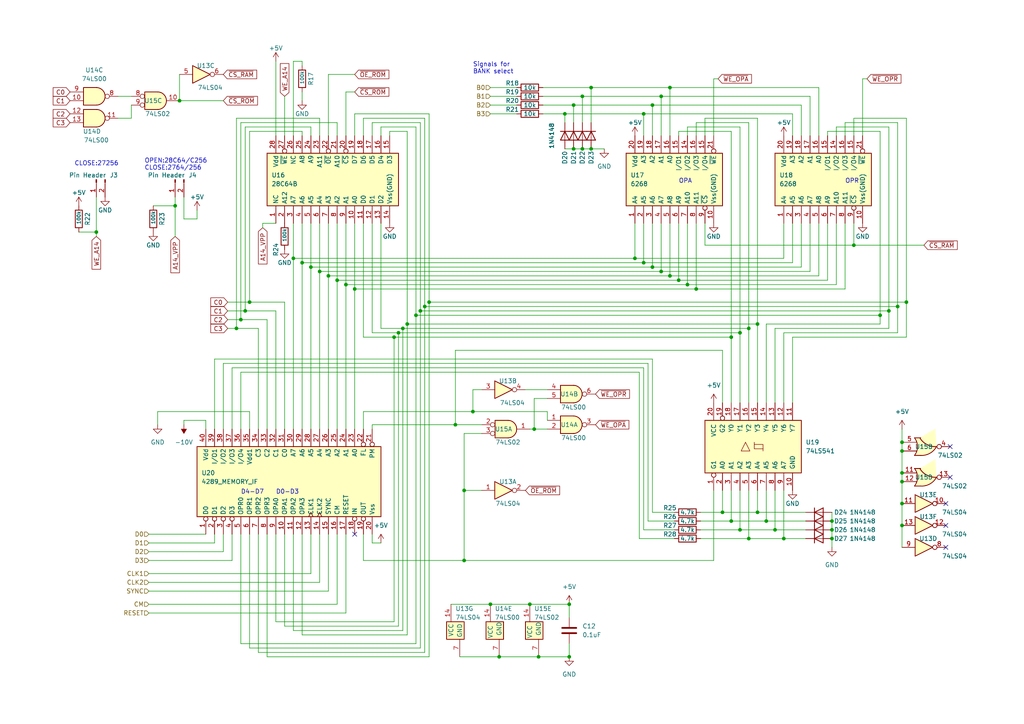
<source format=kicad_sch>
(kicad_sch (version 20211123) (generator eeschema)
  (paper "A4")
  (lib_symbols
    (symbol "000_MyLibrary:28C64B"
      (property "Reference" "U" (at -7.62 19.05 0))
      (property "Value" "28C64B" (at 1.27 19.05 0))
      (symbol "28C64B_1_1"
        (pin free line (at -12.7 15.24 0) (length 5.08) (name "NC") (number "1"))
        (pin input line (at -12.7 -7.62 0) (length 5.08) (name "A0") (number "10"))
        (pin tri_state line (at -12.7 -10.16 0) (length 5.08) (name "D0") (number "11"))
        (pin tri_state line (at -12.7 -12.7 0) (length 5.08) (name "D1") (number "12"))
        (pin tri_state line (at -12.7 -15.24 0) (length 5.08) (name "D2") (number "13"))
        (pin power_in line (at -12.7 -17.78 0) (length 5.08) (name "Vss(GND)") (number "14"))
        (pin tri_state line (at 12.7 -17.78 180) (length 5.08) (name "D3") (number "15"))
        (pin tri_state line (at 12.7 -15.24 180) (length 5.08) (name "D4") (number "16"))
        (pin tri_state line (at 12.7 -12.7 180) (length 5.08) (name "D5") (number "17"))
        (pin tri_state line (at 12.7 -10.16 180) (length 5.08) (name "D6") (number "18"))
        (pin tri_state line (at 12.7 -7.62 180) (length 5.08) (name "D7") (number "19"))
        (pin input line (at -12.7 12.7 0) (length 5.08) (name "A12") (number "2"))
        (pin input inverted (at 12.7 -5.08 180) (length 5.08) (name "~{CS}") (number "20"))
        (pin input line (at 12.7 -2.54 180) (length 5.08) (name "A10") (number "21"))
        (pin input inverted (at 12.7 0 180) (length 5.08) (name "~{OE}") (number "22"))
        (pin input line (at 12.7 2.54 180) (length 5.08) (name "A11") (number "23"))
        (pin input line (at 12.7 5.08 180) (length 5.08) (name "A9") (number "24"))
        (pin input line (at 12.7 7.62 180) (length 5.08) (name "A8") (number "25"))
        (pin free line (at 12.7 10.16 180) (length 5.08) (name "NC") (number "26"))
        (pin input inverted (at 12.7 12.7 180) (length 5.08) (name "~{WE}") (number "27"))
        (pin power_in line (at 12.7 15.24 180) (length 5.08) (name "Vdd") (number "28"))
        (pin input line (at -12.7 10.16 0) (length 5.08) (name "A7") (number "3"))
        (pin input line (at -12.7 7.62 0) (length 5.08) (name "A6") (number "4"))
        (pin input line (at -12.7 5.08 0) (length 5.08) (name "A5") (number "5"))
        (pin input line (at -12.7 2.54 0) (length 5.08) (name "A4") (number "6"))
        (pin input line (at -12.7 0 0) (length 5.08) (name "A3") (number "7"))
        (pin input line (at -12.7 -2.54 0) (length 5.08) (name "A2") (number "8"))
        (pin input line (at -12.7 -5.08 0) (length 5.08) (name "A1") (number "9"))
      )
    )
    (symbol "000_MyLibrary:4289_MEMORY_IF"
      (property "Reference" "U" (at -7.62 30.48 0))
      (property "Value" "4289_MEMORY_IF" (at 7.62 27.94 0))
      (symbol "4289_MEMORY_IF_1_1"
        (pin bidirectional inverted (at -15.24 24.13 0) (length 5.08) (name "D0") (number "1"))
        (pin input line (at -15.24 1.27 0) (length 5.08) (name "OPA1") (number "10"))
        (pin input line (at -15.24 -1.27 0) (length 5.08) (name "OPA2") (number "11"))
        (pin input line (at -15.24 -3.81 0) (length 5.08) (name "OPA3") (number "12"))
        (pin input clock (at -15.24 -6.35 0) (length 5.08) (name "CLK1") (number "13"))
        (pin input clock (at -15.24 -8.89 0) (length 5.08) (name "CLK2") (number "14"))
        (pin input line (at -15.24 -11.43 0) (length 5.08) (name "SYNC") (number "15"))
        (pin input line (at -15.24 -13.97 0) (length 5.08) (name "CM") (number "16"))
        (pin input line (at -15.24 -16.51 0) (length 5.08) (name "RESET") (number "17"))
        (pin output inverted (at -15.24 -19.05 0) (length 5.08) (name "IN") (number "18"))
        (pin output inverted (at -15.24 -21.59 0) (length 5.08) (name "OUT") (number "19"))
        (pin bidirectional inverted (at -15.24 21.59 0) (length 5.08) (name "D1") (number "2"))
        (pin power_in line (at -15.24 -24.13 0) (length 5.08) (name "Vss") (number "20"))
        (pin output inverted (at 15.24 -24.13 180) (length 5.08) (name "PM") (number "21"))
        (pin output inverted (at 15.24 -21.59 180) (length 5.08) (name "FL") (number "22"))
        (pin output line (at 15.24 -19.05 180) (length 5.08) (name "A0") (number "23"))
        (pin output line (at 15.24 -16.51 180) (length 5.08) (name "A1") (number "24"))
        (pin output line (at 15.24 -13.97 180) (length 5.08) (name "A2") (number "25"))
        (pin output line (at 15.24 -11.43 180) (length 5.08) (name "A3") (number "26"))
        (pin output line (at 15.24 -8.89 180) (length 5.08) (name "A4") (number "27"))
        (pin output line (at 15.24 -6.35 180) (length 5.08) (name "A5") (number "28"))
        (pin output line (at 15.24 -3.81 180) (length 5.08) (name "A6") (number "29"))
        (pin bidirectional inverted (at -15.24 19.05 0) (length 5.08) (name "D2") (number "3"))
        (pin output line (at 15.24 -1.27 180) (length 5.08) (name "A7") (number "30"))
        (pin output line (at 15.24 1.27 180) (length 5.08) (name "C0") (number "31"))
        (pin output line (at 15.24 3.81 180) (length 5.08) (name "C1") (number "32"))
        (pin output line (at 15.24 6.35 180) (length 5.08) (name "C2") (number "33"))
        (pin output line (at 15.24 8.89 180) (length 5.08) (name "C3") (number "34"))
        (pin power_in line (at 15.24 11.43 180) (length 5.08) (name "Vdd1") (number "35"))
        (pin bidirectional line (at 15.24 13.97 180) (length 5.08) (name "I/O4") (number "36"))
        (pin bidirectional line (at 15.24 16.51 180) (length 5.08) (name "I/O3") (number "37"))
        (pin bidirectional line (at 15.24 19.05 180) (length 5.08) (name "I/O2") (number "38"))
        (pin bidirectional line (at 15.24 21.59 180) (length 5.08) (name "I/O1") (number "39"))
        (pin bidirectional inverted (at -15.24 16.51 0) (length 5.08) (name "D3") (number "4"))
        (pin power_in line (at 15.24 24.13 180) (length 5.08) (name "Vdd") (number "40"))
        (pin input line (at -15.24 13.97 0) (length 5.08) (name "OPR0") (number "5"))
        (pin input line (at -15.24 11.43 0) (length 5.08) (name "OPR1") (number "6"))
        (pin input line (at -15.24 8.89 0) (length 5.08) (name "OPR2") (number "7"))
        (pin input line (at -15.24 6.35 0) (length 5.08) (name "OPR3") (number "8"))
        (pin input line (at -15.24 3.81 0) (length 5.08) (name "OPA0") (number "9"))
      )
    )
    (symbol "000_MyLibrary:6268"
      (property "Reference" "U" (at -6.35 13.97 0))
      (property "Value" "6268" (at 2.54 13.97 0))
      (symbol "6268_1_1"
        (pin input line (at -12.7 10.16 0) (length 5.08) (name "A4") (number "1"))
        (pin power_in line (at -12.7 -12.7 0) (length 5.08) (name "Vss(GND)") (number "10"))
        (pin tri_state line (at 12.7 -5.08 180) (length 5.08) (name "I/O2") (number "14"))
        (pin tri_state line (at 12.7 -2.54 180) (length 5.08) (name "I/O1") (number "15"))
        (pin tri_state line (at 12.7 -10.16 180) (length 5.08) (name "I/O4") (number "15"))
        (pin input line (at 12.7 0 180) (length 5.08) (name "A0") (number "16"))
        (pin tri_state line (at 12.7 -7.62 180) (length 5.08) (name "I/O3") (number "16"))
        (pin input line (at 12.7 2.54 180) (length 5.08) (name "A1") (number "17"))
        (pin input line (at 12.7 5.08 180) (length 5.08) (name "A2") (number "18"))
        (pin input line (at 12.7 7.62 180) (length 5.08) (name "A3") (number "19"))
        (pin input line (at -12.7 7.62 0) (length 5.08) (name "A5") (number "2"))
        (pin power_in line (at 12.7 10.16 180) (length 5.08) (name "Vdd") (number "20"))
        (pin input inverted (at 12.7 -12.7 180) (length 5.08) (name "~{WE}") (number "21"))
        (pin input line (at -12.7 5.08 0) (length 5.08) (name "A6") (number "3"))
        (pin input line (at -12.7 2.54 0) (length 5.08) (name "A7") (number "4"))
        (pin input line (at -12.7 0 0) (length 5.08) (name "A8") (number "5"))
        (pin input line (at -12.7 -2.54 0) (length 5.08) (name "A9") (number "6"))
        (pin input line (at -12.7 -5.08 0) (length 5.08) (name "A10") (number "7"))
        (pin input line (at -12.7 -7.62 0) (length 5.08) (name "A11") (number "8"))
        (pin input inverted (at -12.7 -10.16 0) (length 5.08) (name "~{CS}") (number "9"))
      )
    )
    (symbol "000_MyLibrary:74LS00" (pin_names (offset 1.016))
      (property "Reference" "U" (at -1.27 6.35 0))
      (property "Value" "74LS00" (at 1.27 3.81 0))
      (symbol "74LS00_1_1"
        (pin input line (at -7.62 1.27 0) (length 3.81) (name "~") (number "1"))
        (pin input line (at -7.62 -1.27 0) (length 3.81) (name "~") (number "2"))
        (pin output inverted (at 6.35 0 180) (length 3.81) (name "~") (number "3"))
      )
      (symbol "74LS00_1_2"
        (pin input inverted (at -7.62 1.27 0) (length 4.318) (name "~") (number "1"))
        (pin input inverted (at -7.62 -1.27 0) (length 4.318) (name "~") (number "2"))
        (pin output line (at 6.35 0 180) (length 3.81) (name "~") (number "3"))
      )
      (symbol "74LS00_2_1"
        (pin input line (at -7.62 1.27 0) (length 3.81) (name "~") (number "4"))
        (pin input line (at -7.62 -1.27 0) (length 3.81) (name "~") (number "5"))
        (pin output inverted (at 6.35 0 180) (length 3.81) (name "~") (number "6"))
      )
      (symbol "74LS00_2_2"
        (pin input inverted (at -7.62 1.27 0) (length 4.318) (name "~") (number "4"))
        (pin input inverted (at -7.62 -1.27 0) (length 4.318) (name "~") (number "5"))
        (pin output line (at 6.35 0 180) (length 3.81) (name "~") (number "6"))
      )
      (symbol "74LS00_3_1"
        (pin input line (at -7.62 -1.27 0) (length 3.81) (name "~") (number "10"))
        (pin output inverted (at 6.35 0 180) (length 3.81) (name "~") (number "8"))
        (pin input line (at -7.62 1.27 0) (length 3.81) (name "~") (number "9"))
      )
      (symbol "74LS00_3_2"
        (pin input inverted (at -7.62 -1.27 0) (length 4.318) (name "~") (number "10"))
        (pin output line (at 6.35 0 180) (length 3.81) (name "~") (number "8"))
        (pin input inverted (at -7.62 1.27 0) (length 4.318) (name "~") (number "9"))
      )
      (symbol "74LS00_4_1"
        (pin output inverted (at 6.35 0 180) (length 3.81) (name "~") (number "11"))
        (pin input line (at -7.62 1.27 0) (length 3.81) (name "~") (number "12"))
        (pin input line (at -7.62 -1.27 0) (length 3.81) (name "~") (number "13"))
      )
      (symbol "74LS00_4_2"
        (pin output line (at 6.35 0 180) (length 3.81) (name "~") (number "11"))
        (pin input inverted (at -7.62 1.27 0) (length 4.318) (name "~") (number "12"))
        (pin input inverted (at -7.62 -1.27 0) (length 4.318) (name "~") (number "13"))
      )
      (symbol "74LS00_5_0"
        (pin power_in line (at -1.27 7.62 270) (length 5.08) (name "VCC") (number "14"))
        (pin power_in line (at 1.27 -7.62 90) (length 5.08) (name "GND") (number "7"))
      )
    )
    (symbol "000_MyLibrary:74LS02" (pin_names (offset 1.016))
      (property "Reference" "U" (at 0 6.35 0))
      (property "Value" "74LS02" (at 2.54 3.81 0))
      (symbol "74LS02_1_1"
        (pin output inverted (at 6.35 0 180) (length 3.81) (name "~") (number "1"))
        (pin input line (at -7.62 1.27 0) (length 4.318) (name "~") (number "2"))
        (pin input line (at -7.62 -1.27 0) (length 4.318) (name "~") (number "3"))
      )
      (symbol "74LS02_1_2"
        (pin output line (at 6.35 0 180) (length 3.81) (name "~") (number "1"))
        (pin input inverted (at -7.62 1.27 0) (length 3.81) (name "~") (number "2"))
        (pin input inverted (at -7.62 -1.27 0) (length 3.81) (name "~") (number "3"))
      )
      (symbol "74LS02_2_1"
        (pin output inverted (at 6.35 0 180) (length 3.81) (name "~") (number "4"))
        (pin input line (at -7.62 1.27 0) (length 4.318) (name "~") (number "5"))
        (pin input line (at -7.62 -1.27 0) (length 4.318) (name "~") (number "6"))
      )
      (symbol "74LS02_2_2"
        (pin output line (at 6.35 0 180) (length 3.81) (name "~") (number "4"))
        (pin input inverted (at -7.62 1.27 0) (length 3.81) (name "~") (number "5"))
        (pin input inverted (at -7.62 -1.27 0) (length 3.81) (name "~") (number "6"))
      )
      (symbol "74LS02_3_1"
        (pin output inverted (at 6.35 0 180) (length 3.81) (name "~") (number "10"))
        (pin input line (at -7.62 1.27 0) (length 4.318) (name "~") (number "8"))
        (pin input line (at -7.62 -1.27 0) (length 4.318) (name "~") (number "9"))
      )
      (symbol "74LS02_3_2"
        (pin output line (at 6.35 0 180) (length 3.81) (name "~") (number "10"))
        (pin input inverted (at -7.62 1.27 0) (length 3.81) (name "~") (number "8"))
        (pin input inverted (at -7.62 -1.27 0) (length 3.81) (name "~") (number "9"))
      )
      (symbol "74LS02_4_1"
        (pin input line (at -7.62 1.27 0) (length 4.318) (name "~") (number "11"))
        (pin input line (at -7.62 -1.27 0) (length 4.318) (name "~") (number "12"))
        (pin output inverted (at 6.35 0 180) (length 3.81) (name "~") (number "13"))
      )
      (symbol "74LS02_4_2"
        (pin input inverted (at -7.62 1.27 0) (length 3.81) (name "~") (number "11"))
        (pin input inverted (at -7.62 -1.27 0) (length 3.81) (name "~") (number "12"))
        (pin output line (at 6.35 0 180) (length 3.81) (name "~") (number "13"))
      )
      (symbol "74LS02_5_0"
        (pin power_in line (at -1.27 7.62 270) (length 5.08) (name "VCC") (number "14"))
        (pin power_in line (at 1.27 -7.62 90) (length 5.08) (name "GND") (number "7"))
      )
    )
    (symbol "000_MyLibrary:74LS04"
      (property "Reference" "U" (at 0 5.08 0))
      (property "Value" "74LS04" (at 2.54 2.54 0))
      (symbol "74LS04_1_0"
        (pin input line (at -6.35 0 0) (length 3.81) (name "~") (number "1"))
        (pin output inverted (at 6.35 0 180) (length 3.81) (name "~") (number "2"))
      )
      (symbol "74LS04_2_0"
        (pin input line (at -6.35 0 0) (length 3.81) (name "~") (number "3"))
        (pin output inverted (at 6.35 0 180) (length 3.81) (name "~") (number "4"))
      )
      (symbol "74LS04_3_0"
        (pin input line (at -6.35 0 0) (length 3.81) (name "~") (number "5"))
        (pin output inverted (at 6.35 0 180) (length 3.81) (name "~") (number "6"))
      )
      (symbol "74LS04_4_0"
        (pin output inverted (at 6.35 0 180) (length 3.81) (name "~") (number "8"))
        (pin input line (at -6.35 0 0) (length 3.81) (name "~") (number "9"))
      )
      (symbol "74LS04_5_0"
        (pin output inverted (at 6.35 0 180) (length 3.81) (name "~") (number "10"))
        (pin input line (at -6.35 0 0) (length 3.81) (name "~") (number "11"))
      )
      (symbol "74LS04_6_0"
        (pin output inverted (at 6.35 0 180) (length 3.81) (name "~") (number "12"))
        (pin input line (at -6.35 0 0) (length 3.81) (name "~") (number "13"))
      )
      (symbol "74LS04_7_0"
        (pin power_in line (at -1.27 7.62 270) (length 5.08) (name "VCC") (number "14"))
        (pin power_in line (at 1.27 -7.62 90) (length 5.08) (name "GND") (number "7"))
      )
    )
    (symbol "000_MyLibrary:74LS541" (pin_names (offset 1.016))
      (property "Reference" "U" (at -7.62 15.24 0))
      (property "Value" "74LS541" (at 3.81 15.24 0))
      (symbol "74LS541_1_0"
        (pin input inverted (at -12.7 11.43 0) (length 5.08) (name "G1") (number "1"))
        (pin power_in line (at -12.7 -11.43 0) (length 5.08) (name "GND") (number "10"))
        (pin tri_state line (at 12.7 -11.43 180) (length 5.08) (name "Y7") (number "11"))
        (pin tri_state line (at 12.7 -8.89 180) (length 5.08) (name "Y6") (number "12"))
        (pin tri_state line (at 12.7 -6.35 180) (length 5.08) (name "Y5") (number "13"))
        (pin tri_state line (at 12.7 -3.81 180) (length 5.08) (name "Y4") (number "14"))
        (pin tri_state line (at 12.7 -1.27 180) (length 5.08) (name "Y3") (number "15"))
        (pin tri_state line (at 12.7 1.27 180) (length 5.08) (name "Y2") (number "16"))
        (pin tri_state line (at 12.7 3.81 180) (length 5.08) (name "Y1") (number "17"))
        (pin tri_state line (at 12.7 6.35 180) (length 5.08) (name "Y0") (number "18"))
        (pin input inverted (at 12.7 8.89 180) (length 5.08) (name "G2") (number "19"))
        (pin input line (at -12.7 8.89 0) (length 5.08) (name "A0") (number "2"))
        (pin power_in line (at 12.7 11.43 180) (length 5.08) (name "VCC") (number "20"))
        (pin input line (at -12.7 6.35 0) (length 5.08) (name "A1") (number "3"))
        (pin input line (at -12.7 3.81 0) (length 5.08) (name "A2") (number "4"))
        (pin input line (at -12.7 1.27 0) (length 5.08) (name "A3") (number "5"))
        (pin input line (at -12.7 -1.27 0) (length 5.08) (name "A4") (number "6"))
        (pin input line (at -12.7 -3.81 0) (length 5.08) (name "A5") (number "7"))
        (pin input line (at -12.7 -6.35 0) (length 5.08) (name "A6") (number "8"))
        (pin input line (at -12.7 -8.89 0) (length 5.08) (name "A7") (number "9"))
      )
    )
    (symbol "000_MyLibrary:C" (pin_numbers hide) (pin_names (offset 0.254))
      (property "Reference" "C" (at 0.635 2.54 0))
      (property "Value" "C" (at 0.635 -2.54 0))
      (symbol "C_1_1"
        (pin passive line (at 0 3.81 270) (length 2.794) (name "~") (number "1"))
        (pin passive line (at 0 -3.81 90) (length 2.794) (name "~") (number "2"))
      )
    )
    (symbol "000_MyLibrary:Conn_01x02_Male" (pin_names (offset 1.016) hide)
      (property "Reference" "J" (at 0 2.54 0))
      (property "Value" "Conn_01x02_Male" (at 0 -5.08 0))
      (symbol "Conn_01x02_Male_1_1"
        (pin passive line (at 5.08 0 180) (length 3.81) (name "Pin_1") (number "1"))
        (pin passive line (at 5.08 -2.54 180) (length 3.81) (name "Pin_2") (number "2"))
      )
    )
    (symbol "000_MyLibrary:R" (pin_numbers hide) (pin_names (offset 0))
      (property "Reference" "R" (at 2.032 0 90))
      (property "Value" "R" (at 0 0 90))
      (symbol "R_1_1"
        (pin passive line (at 0 3.81 270) (length 1.27) (name "~") (number "1"))
        (pin passive line (at 0 -3.81 90) (length 1.27) (name "~") (number "2"))
      )
    )
    (symbol "74LS00_1" (pin_names (offset 1.016))
      (property "Reference" "U" (at -1.27 6.35 0))
      (property "Value" "74LS00_1" (at 1.27 3.81 0))
      (symbol "74LS00_1_1_1"
        (pin input line (at -7.62 1.27 0) (length 3.81) (name "~") (number "1"))
        (pin input line (at -7.62 -1.27 0) (length 3.81) (name "~") (number "2"))
        (pin output inverted (at 6.35 0 180) (length 3.81) (name "~") (number "3"))
      )
      (symbol "74LS00_1_1_2"
        (pin input inverted (at -7.62 1.27 0) (length 4.318) (name "~") (number "1"))
        (pin input inverted (at -7.62 -1.27 0) (length 4.318) (name "~") (number "2"))
        (pin output line (at 6.35 0 180) (length 3.81) (name "~") (number "3"))
      )
      (symbol "74LS00_1_2_1"
        (pin input line (at -7.62 1.27 0) (length 3.81) (name "~") (number "4"))
        (pin input line (at -7.62 -1.27 0) (length 3.81) (name "~") (number "5"))
        (pin output inverted (at 6.35 0 180) (length 3.81) (name "~") (number "6"))
      )
      (symbol "74LS00_1_2_2"
        (pin input inverted (at -7.62 1.27 0) (length 4.318) (name "~") (number "4"))
        (pin input inverted (at -7.62 -1.27 0) (length 4.318) (name "~") (number "5"))
        (pin output line (at 6.35 0 180) (length 3.81) (name "~") (number "6"))
      )
      (symbol "74LS00_1_3_1"
        (pin input line (at -7.62 -1.27 0) (length 3.81) (name "~") (number "10"))
        (pin output inverted (at 6.35 0 180) (length 3.81) (name "~") (number "8"))
        (pin input line (at -7.62 1.27 0) (length 3.81) (name "~") (number "9"))
      )
      (symbol "74LS00_1_3_2"
        (pin input inverted (at -7.62 -1.27 0) (length 4.318) (name "~") (number "10"))
        (pin output line (at 6.35 0 180) (length 3.81) (name "~") (number "8"))
        (pin input inverted (at -7.62 1.27 0) (length 4.318) (name "~") (number "9"))
      )
      (symbol "74LS00_1_4_1"
        (pin output inverted (at 6.35 0 180) (length 3.81) (name "~") (number "11"))
        (pin input line (at -7.62 1.27 0) (length 3.81) (name "~") (number "12"))
        (pin input line (at -7.62 -1.27 0) (length 3.81) (name "~") (number "13"))
      )
      (symbol "74LS00_1_4_2"
        (pin output line (at 6.35 0 180) (length 3.81) (name "~") (number "11"))
        (pin input inverted (at -7.62 1.27 0) (length 4.318) (name "~") (number "12"))
        (pin input inverted (at -7.62 -1.27 0) (length 4.318) (name "~") (number "13"))
      )
      (symbol "74LS00_1_5_0"
        (pin power_in line (at -1.27 7.62 270) (length 5.08) (name "VCC") (number "14"))
        (pin power_in line (at 1.27 -7.62 90) (length 5.08) (name "GND") (number "7"))
      )
    )
    (symbol "74LS00_2" (pin_names (offset 1.016))
      (property "Reference" "U" (at -1.27 6.35 0))
      (property "Value" "74LS00_2" (at 1.27 3.81 0))
      (symbol "74LS00_2_1_1"
        (pin input line (at -7.62 1.27 0) (length 3.81) (name "~") (number "1"))
        (pin input line (at -7.62 -1.27 0) (length 3.81) (name "~") (number "2"))
        (pin output inverted (at 6.35 0 180) (length 3.81) (name "~") (number "3"))
      )
      (symbol "74LS00_2_1_2"
        (pin input inverted (at -7.62 1.27 0) (length 4.318) (name "~") (number "1"))
        (pin input inverted (at -7.62 -1.27 0) (length 4.318) (name "~") (number "2"))
        (pin output line (at 6.35 0 180) (length 3.81) (name "~") (number "3"))
      )
      (symbol "74LS00_2_2_1"
        (pin input line (at -7.62 1.27 0) (length 3.81) (name "~") (number "4"))
        (pin input line (at -7.62 -1.27 0) (length 3.81) (name "~") (number "5"))
        (pin output inverted (at 6.35 0 180) (length 3.81) (name "~") (number "6"))
      )
      (symbol "74LS00_2_2_2"
        (pin input inverted (at -7.62 1.27 0) (length 4.318) (name "~") (number "4"))
        (pin input inverted (at -7.62 -1.27 0) (length 4.318) (name "~") (number "5"))
        (pin output line (at 6.35 0 180) (length 3.81) (name "~") (number "6"))
      )
      (symbol "74LS00_2_3_1"
        (pin input line (at -7.62 -1.27 0) (length 3.81) (name "~") (number "10"))
        (pin output inverted (at 6.35 0 180) (length 3.81) (name "~") (number "8"))
        (pin input line (at -7.62 1.27 0) (length 3.81) (name "~") (number "9"))
      )
      (symbol "74LS00_2_3_2"
        (pin input inverted (at -7.62 -1.27 0) (length 4.318) (name "~") (number "10"))
        (pin output line (at 6.35 0 180) (length 3.81) (name "~") (number "8"))
        (pin input inverted (at -7.62 1.27 0) (length 4.318) (name "~") (number "9"))
      )
      (symbol "74LS00_2_4_1"
        (pin output inverted (at 6.35 0 180) (length 3.81) (name "~") (number "11"))
        (pin input line (at -7.62 1.27 0) (length 3.81) (name "~") (number "12"))
        (pin input line (at -7.62 -1.27 0) (length 3.81) (name "~") (number "13"))
      )
      (symbol "74LS00_2_4_2"
        (pin output line (at 6.35 0 180) (length 3.81) (name "~") (number "11"))
        (pin input inverted (at -7.62 1.27 0) (length 4.318) (name "~") (number "12"))
        (pin input inverted (at -7.62 -1.27 0) (length 4.318) (name "~") (number "13"))
      )
      (symbol "74LS00_2_5_0"
        (pin power_in line (at -1.27 7.62 270) (length 5.08) (name "VCC") (number "14"))
        (pin power_in line (at 1.27 -7.62 90) (length 5.08) (name "GND") (number "7"))
      )
    )
    (symbol "74LS00_3" (pin_names (offset 1.016))
      (property "Reference" "U" (at -1.27 6.35 0))
      (property "Value" "74LS00_3" (at 1.27 3.81 0))
      (symbol "74LS00_3_1_1"
        (pin input line (at -7.62 1.27 0) (length 3.81) (name "~") (number "1"))
        (pin input line (at -7.62 -1.27 0) (length 3.81) (name "~") (number "2"))
        (pin output inverted (at 6.35 0 180) (length 3.81) (name "~") (number "3"))
      )
      (symbol "74LS00_3_1_2"
        (pin input inverted (at -7.62 1.27 0) (length 4.318) (name "~") (number "1"))
        (pin input inverted (at -7.62 -1.27 0) (length 4.318) (name "~") (number "2"))
        (pin output line (at 6.35 0 180) (length 3.81) (name "~") (number "3"))
      )
      (symbol "74LS00_3_2_1"
        (pin input line (at -7.62 1.27 0) (length 3.81) (name "~") (number "4"))
        (pin input line (at -7.62 -1.27 0) (length 3.81) (name "~") (number "5"))
        (pin output inverted (at 6.35 0 180) (length 3.81) (name "~") (number "6"))
      )
      (symbol "74LS00_3_2_2"
        (pin input inverted (at -7.62 1.27 0) (length 4.318) (name "~") (number "4"))
        (pin input inverted (at -7.62 -1.27 0) (length 4.318) (name "~") (number "5"))
        (pin output line (at 6.35 0 180) (length 3.81) (name "~") (number "6"))
      )
      (symbol "74LS00_3_3_1"
        (pin input line (at -7.62 -1.27 0) (length 3.81) (name "~") (number "10"))
        (pin output inverted (at 6.35 0 180) (length 3.81) (name "~") (number "8"))
        (pin input line (at -7.62 1.27 0) (length 3.81) (name "~") (number "9"))
      )
      (symbol "74LS00_3_3_2"
        (pin input inverted (at -7.62 -1.27 0) (length 4.318) (name "~") (number "10"))
        (pin output line (at 6.35 0 180) (length 3.81) (name "~") (number "8"))
        (pin input inverted (at -7.62 1.27 0) (length 4.318) (name "~") (number "9"))
      )
      (symbol "74LS00_3_4_1"
        (pin output inverted (at 6.35 0 180) (length 3.81) (name "~") (number "11"))
        (pin input line (at -7.62 1.27 0) (length 3.81) (name "~") (number "12"))
        (pin input line (at -7.62 -1.27 0) (length 3.81) (name "~") (number "13"))
      )
      (symbol "74LS00_3_4_2"
        (pin output line (at 6.35 0 180) (length 3.81) (name "~") (number "11"))
        (pin input inverted (at -7.62 1.27 0) (length 4.318) (name "~") (number "12"))
        (pin input inverted (at -7.62 -1.27 0) (length 4.318) (name "~") (number "13"))
      )
      (symbol "74LS00_3_5_0"
        (pin power_in line (at -1.27 7.62 270) (length 5.08) (name "VCC") (number "14"))
        (pin power_in line (at 1.27 -7.62 90) (length 5.08) (name "GND") (number "7"))
      )
    )
    (symbol "74LS00_4" (pin_names (offset 1.016))
      (property "Reference" "U" (at -1.27 6.35 0))
      (property "Value" "74LS00_4" (at 1.27 3.81 0))
      (symbol "74LS00_4_1_1"
        (pin input line (at -7.62 1.27 0) (length 3.81) (name "~") (number "1"))
        (pin input line (at -7.62 -1.27 0) (length 3.81) (name "~") (number "2"))
        (pin output inverted (at 6.35 0 180) (length 3.81) (name "~") (number "3"))
      )
      (symbol "74LS00_4_1_2"
        (pin input inverted (at -7.62 1.27 0) (length 4.318) (name "~") (number "1"))
        (pin input inverted (at -7.62 -1.27 0) (length 4.318) (name "~") (number "2"))
        (pin output line (at 6.35 0 180) (length 3.81) (name "~") (number "3"))
      )
      (symbol "74LS00_4_2_1"
        (pin input line (at -7.62 1.27 0) (length 3.81) (name "~") (number "4"))
        (pin input line (at -7.62 -1.27 0) (length 3.81) (name "~") (number "5"))
        (pin output inverted (at 6.35 0 180) (length 3.81) (name "~") (number "6"))
      )
      (symbol "74LS00_4_2_2"
        (pin input inverted (at -7.62 1.27 0) (length 4.318) (name "~") (number "4"))
        (pin input inverted (at -7.62 -1.27 0) (length 4.318) (name "~") (number "5"))
        (pin output line (at 6.35 0 180) (length 3.81) (name "~") (number "6"))
      )
      (symbol "74LS00_4_3_1"
        (pin input line (at -7.62 -1.27 0) (length 3.81) (name "~") (number "10"))
        (pin output inverted (at 6.35 0 180) (length 3.81) (name "~") (number "8"))
        (pin input line (at -7.62 1.27 0) (length 3.81) (name "~") (number "9"))
      )
      (symbol "74LS00_4_3_2"
        (pin input inverted (at -7.62 -1.27 0) (length 4.318) (name "~") (number "10"))
        (pin output line (at 6.35 0 180) (length 3.81) (name "~") (number "8"))
        (pin input inverted (at -7.62 1.27 0) (length 4.318) (name "~") (number "9"))
      )
      (symbol "74LS00_4_4_1"
        (pin output inverted (at 6.35 0 180) (length 3.81) (name "~") (number "11"))
        (pin input line (at -7.62 1.27 0) (length 3.81) (name "~") (number "12"))
        (pin input line (at -7.62 -1.27 0) (length 3.81) (name "~") (number "13"))
      )
      (symbol "74LS00_4_4_2"
        (pin output line (at 6.35 0 180) (length 3.81) (name "~") (number "11"))
        (pin input inverted (at -7.62 1.27 0) (length 4.318) (name "~") (number "12"))
        (pin input inverted (at -7.62 -1.27 0) (length 4.318) (name "~") (number "13"))
      )
      (symbol "74LS00_4_5_0"
        (pin power_in line (at -1.27 7.62 270) (length 5.08) (name "VCC") (number "14"))
        (pin power_in line (at 1.27 -7.62 90) (length 5.08) (name "GND") (number "7"))
      )
    )
    (symbol "Diode:1N4148" (pin_numbers hide) (pin_names hide)
      (property "Reference" "D" (at 0 2.54 0))
      (property "Value" "1N4148" (at 0 -2.54 0))
      (symbol "1N4148_1_1"
        (pin passive line (at -3.81 0 0) (length 2.54) (name "K") (number "1"))
        (pin passive line (at 3.81 0 180) (length 2.54) (name "A") (number "2"))
      )
    )
    (symbol "power:+5V" (power) (pin_names (offset 0))
      (property "Value" "+5V" (at 0 3.556 0))
      (symbol "+5V_1_1"
        (pin power_in line (at 0 0 90) (length 0) hide (name "+5V") (number "1"))
      )
    )
    (symbol "power:-10V" (power) (pin_names (offset 0))
      (property "Value" "-10V" (at 0 3.81 0))
      (symbol "-10V_0_0"
        (pin power_in line (at 0 0 90) (length 0) hide (name "-10V") (number "1"))
      )
    )
    (symbol "power:GND" (power) (pin_names (offset 0))
      (property "Value" "GND" (at 0 -3.81 0))
      (symbol "GND_1_1"
        (pin power_in line (at 0 0 270) (length 0) hide (name "GND") (number "1"))
      )
    )
  )
  (junction (at 85.09 74.93))
  (junction (at 124.46 87.63))
  (junction (at 186.69 76.2))
  (junction (at 201.93 83.82))
  (junction (at 194.31 25.4))
  (junction (at 166.37 30.48))
  (junction (at 142.24 175.26))
  (junction (at 241.3 151.13))
  (junction (at 217.17 156.21))
  (junction (at 184.15 74.93))
  (junction (at 132.08 123.19))
  (junction (at 154.94 124.46))
  (junction (at 196.85 81.28))
  (junction (at 191.77 27.94))
  (junction (at 71.12 90.17))
  (junction (at 261.62 152.4))
  (junction (at 97.79 81.28))
  (junction (at 115.57 96.52))
  (junction (at 214.63 153.67))
  (junction (at 90.17 77.47))
  (junction (at 241.3 153.67))
  (junction (at 100.33 82.55))
  (junction (at 186.69 33.02))
  (junction (at 95.25 80.01))
  (junction (at 137.16 119.38))
  (junction (at 199.39 82.55))
  (junction (at 120.65 91.44))
  (junction (at 144.78 190.5))
  (junction (at 241.3 156.21))
  (junction (at 114.3 97.79))
  (junction (at 255.27 91.44))
  (junction (at 262.89 87.63))
  (junction (at 118.11 93.98))
  (junction (at 68.58 95.25))
  (junction (at 261.62 137.16))
  (junction (at 257.81 90.17))
  (junction (at 87.63 76.2))
  (junction (at 121.92 90.17))
  (junction (at 134.62 162.56))
  (junction (at 72.39 87.63))
  (junction (at 247.65 71.12))
  (junction (at 50.8 59.69))
  (junction (at 123.19 88.9))
  (junction (at 261.62 130.81))
  (junction (at 27.94 67.31))
  (junction (at 156.21 190.5))
  (junction (at 116.84 95.25))
  (junction (at 52.07 29.21))
  (junction (at 261.62 146.05))
  (junction (at 165.1 190.5))
  (junction (at 153.67 175.26))
  (junction (at 166.37 43.18))
  (junction (at 92.71 78.74))
  (junction (at 171.45 25.4))
  (junction (at 168.91 27.94))
  (junction (at 189.23 77.47))
  (junction (at 261.62 139.7))
  (junction (at 191.77 78.74))
  (junction (at 219.71 93.98))
  (junction (at 212.09 151.13))
  (junction (at 260.35 88.9))
  (junction (at 209.55 148.59))
  (junction (at 194.31 80.01))
  (junction (at 212.09 97.79))
  (junction (at 134.62 142.24))
  (junction (at 168.91 43.18))
  (junction (at 217.17 95.25))
  (junction (at 261.62 128.27))
  (junction (at 222.25 151.13))
  (junction (at 189.23 30.48))
  (junction (at 224.79 153.67))
  (junction (at 102.87 83.82))
  (junction (at 219.71 148.59))
  (junction (at 163.83 33.02))
  (junction (at 171.45 43.18))
  (junction (at 165.1 175.26))
  (junction (at 227.33 156.21))
  (junction (at 214.63 96.52))
  (junction (at 69.85 92.71))
  (no_connect (at 274.32 146.05))
  (no_connect (at 102.87 154.94))
  (no_connect (at 274.32 158.75))
  (no_connect (at 274.32 152.4))
  (no_connect (at 275.59 129.54))
  (no_connect (at 275.59 138.43))
  (wire (pts (xy 102.87 83.82) (xy 102.87 124.46)))
  (wire (pts (xy 212.09 142.24) (xy 212.09 151.13)))
  (wire (pts (xy 92.71 39.37) (xy 92.71 34.29)))
  (wire (pts (xy 186.69 33.02) (xy 186.69 39.37)))
  (wire (pts (xy 222.25 142.24) (xy 222.25 151.13)))
  (wire (pts (xy 107.95 35.56) (xy 121.92 35.56)))
  (wire (pts (xy 120.65 91.44) (xy 255.27 91.44)))
  (wire (pts (xy 77.47 124.46) (xy 77.47 92.71)))
  (wire (pts (xy 158.75 115.57) (xy 154.94 115.57)))
  (wire (pts (xy 142.24 33.02) (xy 149.86 33.02)))
  (wire (pts (xy 92.71 78.74) (xy 191.77 78.74)))
  (wire (pts (xy 116.84 95.25) (xy 217.17 95.25)))
  (wire (pts (xy 133.35 190.5) (xy 144.78 190.5)))
  (wire (pts (xy 57.15 63.5) (xy 57.15 60.96)))
  (wire (pts (xy 80.01 17.78) (xy 80.01 39.37)))
  (wire (pts (xy 186.69 153.67) (xy 195.58 153.67)))
  (wire (pts (xy 199.39 64.77) (xy 199.39 82.55)))
  (wire (pts (xy 242.57 39.37) (xy 242.57 36.83)))
  (wire (pts (xy 207.01 22.86) (xy 208.28 22.86)))
  (wire (pts (xy 209.55 101.6) (xy 132.08 101.6)))
  (wire (pts (xy 87.63 184.15) (xy 118.11 184.15)))
  (wire (pts (xy 116.84 95.25) (xy 116.84 182.88)))
  (wire (pts (xy 196.85 81.28) (xy 240.03 81.28)))
  (wire (pts (xy 44.45 59.69) (xy 50.8 59.69)))
  (wire (pts (xy 240.03 64.77) (xy 240.03 81.28)))
  (wire (pts (xy 80.01 154.94) (xy 80.01 180.34)))
  (wire (pts (xy 87.63 38.1) (xy 87.63 39.37)))
  (wire (pts (xy 68.58 34.29) (xy 68.58 95.25)))
  (wire (pts (xy 80.01 180.34) (xy 114.3 180.34)))
  (wire (pts (xy 144.78 190.5) (xy 156.21 190.5)))
  (wire (pts (xy 261.62 152.4) (xy 261.62 158.75)))
  (wire (pts (xy 224.79 95.25) (xy 224.79 116.84)))
  (wire (pts (xy 110.49 95.25) (xy 116.84 95.25)))
  (wire (pts (xy 82.55 181.61) (xy 115.57 181.61)))
  (wire (pts (xy 97.79 81.28) (xy 196.85 81.28)))
  (wire (pts (xy 105.41 34.29) (xy 123.19 34.29)))
  (wire (pts (xy 90.17 77.47) (xy 189.23 77.47)))
  (wire (pts (xy 95.25 21.59) (xy 102.87 21.59)))
  (wire (pts (xy 100.33 82.55) (xy 199.39 82.55)))
  (wire (pts (xy 74.93 95.25) (xy 68.58 95.25)))
  (wire (pts (xy 166.37 30.48) (xy 166.37 35.56)))
  (wire (pts (xy 82.55 27.94) (xy 82.55 39.37)))
  (wire (pts (xy 153.67 124.46) (xy 154.94 124.46)))
  (wire (pts (xy 214.63 96.52) (xy 214.63 116.84)))
  (wire (pts (xy 123.19 34.29) (xy 123.19 88.9)))
  (wire (pts (xy 199.39 36.83) (xy 214.63 36.83)))
  (wire (pts (xy 189.23 104.14) (xy 189.23 148.59)))
  (wire (pts (xy 247.65 71.12) (xy 267.97 71.12)))
  (wire (pts (xy 204.47 39.37) (xy 204.47 34.29)))
  (wire (pts (xy 156.21 190.5) (xy 165.1 190.5)))
  (wire (pts (xy 87.63 38.1) (xy 72.39 38.1)))
  (wire (pts (xy 67.31 106.68) (xy 186.69 106.68)))
  (wire (pts (xy 52.07 21.59) (xy 52.07 29.21)))
  (wire (pts (xy 66.04 87.63) (xy 72.39 87.63)))
  (wire (pts (xy 123.19 189.23) (xy 74.93 189.23)))
  (wire (pts (xy 250.19 22.86) (xy 251.46 22.86)))
  (wire (pts (xy 166.37 43.18) (xy 168.91 43.18)))
  (wire (pts (xy 247.65 64.77) (xy 247.65 71.12)))
  (wire (pts (xy 157.48 30.48) (xy 166.37 30.48)))
  (wire (pts (xy 62.23 104.14) (xy 62.23 124.46)))
  (wire (pts (xy 242.57 36.83) (xy 257.81 36.83)))
  (wire (pts (xy 163.83 33.02) (xy 163.83 35.56)))
  (wire (pts (xy 191.77 78.74) (xy 234.95 78.74)))
  (wire (pts (xy 142.24 175.26) (xy 153.67 175.26)))
  (wire (pts (xy 85.09 39.37) (xy 85.09 17.78)))
  (wire (pts (xy 171.45 25.4) (xy 171.45 35.56)))
  (wire (pts (xy 185.42 156.21) (xy 195.58 156.21)))
  (wire (pts (xy 72.39 154.94) (xy 72.39 187.96)))
  (wire (pts (xy 69.85 107.95) (xy 69.85 124.46)))
  (wire (pts (xy 105.41 119.38) (xy 137.16 119.38)))
  (wire (pts (xy 261.62 130.81) (xy 261.62 137.16)))
  (wire (pts (xy 234.95 64.77) (xy 234.95 78.74)))
  (wire (pts (xy 241.3 153.67) (xy 241.3 156.21)))
  (wire (pts (xy 90.17 64.77) (xy 90.17 77.47)))
  (wire (pts (xy 245.11 35.56) (xy 260.35 35.56)))
  (wire (pts (xy 69.85 107.95) (xy 185.42 107.95)))
  (wire (pts (xy 69.85 35.56) (xy 97.79 35.56)))
  (wire (pts (xy 72.39 187.96) (xy 121.92 187.96)))
  (wire (pts (xy 43.18 166.37) (xy 90.17 166.37)))
  (wire (pts (xy 157.48 25.4) (xy 171.45 25.4)))
  (wire (pts (xy 110.49 36.83) (xy 110.49 39.37)))
  (wire (pts (xy 203.2 148.59) (xy 209.55 148.59)))
  (wire (pts (xy 262.89 34.29) (xy 262.89 87.63)))
  (wire (pts (xy 203.2 153.67) (xy 214.63 153.67)))
  (wire (pts (xy 115.57 96.52) (xy 214.63 96.52)))
  (wire (pts (xy 227.33 156.21) (xy 233.68 156.21)))
  (wire (pts (xy 124.46 87.63) (xy 124.46 190.5)))
  (wire (pts (xy 53.34 63.5) (xy 57.15 63.5)))
  (wire (pts (xy 43.18 157.48) (xy 62.23 157.48)))
  (wire (pts (xy 100.33 26.67) (xy 102.87 26.67)))
  (wire (pts (xy 43.18 162.56) (xy 67.31 162.56)))
  (wire (pts (xy 139.7 142.24) (xy 134.62 142.24)))
  (wire (pts (xy 69.85 186.69) (xy 120.65 186.69)))
  (wire (pts (xy 196.85 39.37) (xy 196.85 38.1)))
  (wire (pts (xy 105.41 97.79) (xy 114.3 97.79)))
  (wire (pts (xy 165.1 179.07) (xy 165.1 175.26)))
  (wire (pts (xy 219.71 93.98) (xy 219.71 116.84)))
  (wire (pts (xy 100.33 64.77) (xy 100.33 82.55)))
  (wire (pts (xy 22.86 67.31) (xy 27.94 67.31)))
  (wire (pts (xy 38.1 30.48) (xy 38.1 34.29)))
  (wire (pts (xy 255.27 91.44) (xy 255.27 93.98)))
  (wire (pts (xy 142.24 30.48) (xy 149.86 30.48)))
  (wire (pts (xy 157.48 33.02) (xy 163.83 33.02)))
  (wire (pts (xy 222.25 151.13) (xy 233.68 151.13)))
  (wire (pts (xy 245.11 64.77) (xy 245.11 83.82)))
  (wire (pts (xy 203.2 156.21) (xy 217.17 156.21)))
  (wire (pts (xy 257.81 36.83) (xy 257.81 90.17)))
  (wire (pts (xy 110.49 36.83) (xy 120.65 36.83)))
  (wire (pts (xy 76.2 64.77) (xy 76.2 66.04)))
  (wire (pts (xy 186.69 33.02) (xy 229.87 33.02)))
  (wire (pts (xy 217.17 142.24) (xy 217.17 156.21)))
  (wire (pts (xy 50.8 57.15) (xy 50.8 59.69)))
  (wire (pts (xy 105.41 162.56) (xy 134.62 162.56)))
  (wire (pts (xy 137.16 119.38) (xy 158.75 119.38)))
  (wire (pts (xy 82.55 154.94) (xy 82.55 181.61)))
  (wire (pts (xy 72.39 124.46) (xy 72.39 119.38)))
  (wire (pts (xy 163.83 43.18) (xy 166.37 43.18)))
  (wire (pts (xy 97.79 64.77) (xy 97.79 81.28)))
  (wire (pts (xy 134.62 125.73) (xy 139.7 125.73)))
  (wire (pts (xy 224.79 153.67) (xy 233.68 153.67)))
  (wire (pts (xy 107.95 124.46) (xy 107.95 123.19)))
  (wire (pts (xy 107.95 157.48) (xy 110.49 157.48)))
  (wire (pts (xy 219.71 148.59) (xy 233.68 148.59)))
  (wire (pts (xy 194.31 25.4) (xy 194.31 39.37)))
  (wire (pts (xy 92.71 78.74) (xy 92.71 124.46)))
  (wire (pts (xy 229.87 97.79) (xy 262.89 97.79)))
  (wire (pts (xy 87.63 154.94) (xy 87.63 184.15)))
  (wire (pts (xy 240.03 39.37) (xy 240.03 38.1)))
  (wire (pts (xy 234.95 27.94) (xy 191.77 27.94)))
  (wire (pts (xy 247.65 39.37) (xy 247.65 34.29)))
  (wire (pts (xy 219.71 34.29) (xy 219.71 93.98)))
  (wire (pts (xy 107.95 35.56) (xy 107.95 39.37)))
  (wire (pts (xy 50.8 59.69) (xy 50.8 68.58)))
  (wire (pts (xy 121.92 90.17) (xy 257.81 90.17)))
  (wire (pts (xy 232.41 64.77) (xy 232.41 77.47)))
  (wire (pts (xy 82.55 87.63) (xy 82.55 124.46)))
  (wire (pts (xy 110.49 64.77) (xy 110.49 95.25)))
  (wire (pts (xy 227.33 156.21) (xy 217.17 156.21)))
  (wire (pts (xy 71.12 36.83) (xy 90.17 36.83)))
  (wire (pts (xy 90.17 77.47) (xy 90.17 124.46)))
  (wire (pts (xy 157.48 27.94) (xy 168.91 27.94)))
  (wire (pts (xy 66.04 95.25) (xy 68.58 95.25)))
  (wire (pts (xy 85.09 74.93) (xy 184.15 74.93)))
  (wire (pts (xy 90.17 36.83) (xy 90.17 39.37)))
  (wire (pts (xy 107.95 64.77) (xy 107.95 96.52)))
  (wire (pts (xy 201.93 39.37) (xy 201.93 35.56)))
  (wire (pts (xy 87.63 29.21) (xy 87.63 26.67)))
  (wire (pts (xy 102.87 33.02) (xy 102.87 39.37)))
  (wire (pts (xy 85.09 74.93) (xy 85.09 124.46)))
  (wire (pts (xy 53.34 121.92) (xy 59.69 121.92)))
  (wire (pts (xy 209.55 101.6) (xy 209.55 116.84)))
  (wire (pts (xy 184.15 74.93) (xy 227.33 74.93)))
  (wire (pts (xy 217.17 35.56) (xy 217.17 95.25)))
  (wire (pts (xy 219.71 142.24) (xy 219.71 148.59)))
  (wire (pts (xy 124.46 33.02) (xy 102.87 33.02)))
  (wire (pts (xy 261.62 128.27) (xy 261.62 130.81)))
  (wire (pts (xy 43.18 171.45) (xy 95.25 171.45)))
  (wire (pts (xy 97.79 35.56) (xy 97.79 39.37)))
  (wire (pts (xy 222.25 93.98) (xy 222.25 116.84)))
  (wire (pts (xy 80.01 124.46) (xy 80.01 90.17)))
  (wire (pts (xy 168.91 27.94) (xy 191.77 27.94)))
  (wire (pts (xy 158.75 119.38) (xy 158.75 121.92)))
  (wire (pts (xy 189.23 39.37) (xy 189.23 30.48)))
  (wire (pts (xy 45.72 119.38) (xy 45.72 123.19)))
  (wire (pts (xy 168.91 27.94) (xy 168.91 35.56)))
  (wire (pts (xy 59.69 121.92) (xy 59.69 124.46)))
  (wire (pts (xy 217.17 95.25) (xy 217.17 116.84)))
  (wire (pts (xy 115.57 96.52) (xy 115.57 181.61)))
  (wire (pts (xy 201.93 35.56) (xy 217.17 35.56)))
  (wire (pts (xy 77.47 92.71) (xy 69.85 92.71)))
  (wire (pts (xy 214.63 153.67) (xy 224.79 153.67)))
  (wire (pts (xy 87.63 76.2) (xy 87.63 124.46)))
  (wire (pts (xy 124.46 87.63) (xy 124.46 33.02)))
  (wire (pts (xy 199.39 39.37) (xy 199.39 36.83)))
  (wire (pts (xy 132.08 101.6) (xy 132.08 123.19)))
  (wire (pts (xy 166.37 30.48) (xy 189.23 30.48)))
  (wire (pts (xy 72.39 38.1) (xy 72.39 87.63)))
  (wire (pts (xy 102.87 83.82) (xy 201.93 83.82)))
  (wire (pts (xy 95.25 80.01) (xy 95.25 124.46)))
  (wire (pts (xy 261.62 146.05) (xy 261.62 152.4)))
  (wire (pts (xy 95.25 80.01) (xy 194.31 80.01)))
  (wire (pts (xy 105.41 64.77) (xy 105.41 97.79)))
  (wire (pts (xy 90.17 166.37) (xy 90.17 154.94)))
  (wire (pts (xy 87.63 76.2) (xy 186.69 76.2)))
  (wire (pts (xy 71.12 90.17) (xy 71.12 36.83)))
  (wire (pts (xy 241.3 156.21) (xy 241.3 158.75)))
  (wire (pts (xy 105.41 154.94) (xy 105.41 162.56)))
  (wire (pts (xy 53.34 121.92) (xy 53.34 123.19)))
  (wire (pts (xy 261.62 139.7) (xy 261.62 146.05)))
  (wire (pts (xy 171.45 43.18) (xy 175.26 43.18)))
  (wire (pts (xy 74.93 124.46) (xy 74.93 95.25)))
  (wire (pts (xy 196.85 64.77) (xy 196.85 81.28)))
  (wire (pts (xy 66.04 90.17) (xy 71.12 90.17)))
  (wire (pts (xy 113.03 38.1) (xy 118.11 38.1)))
  (wire (pts (xy 52.07 29.21) (xy 64.77 29.21)))
  (wire (pts (xy 207.01 22.86) (xy 207.01 39.37)))
  (wire (pts (xy 201.93 64.77) (xy 201.93 83.82)))
  (wire (pts (xy 204.47 34.29) (xy 219.71 34.29)))
  (wire (pts (xy 163.83 33.02) (xy 186.69 33.02)))
  (wire (pts (xy 97.79 81.28) (xy 97.79 124.46)))
  (wire (pts (xy 120.65 36.83) (xy 120.65 91.44)))
  (wire (pts (xy 152.4 113.03) (xy 158.75 113.03)))
  (wire (pts (xy 85.09 64.77) (xy 85.09 74.93)))
  (wire (pts (xy 229.87 33.02) (xy 229.87 39.37)))
  (wire (pts (xy 247.65 34.29) (xy 262.89 34.29)))
  (wire (pts (xy 203.2 151.13) (xy 212.09 151.13)))
  (wire (pts (xy 102.87 64.77) (xy 102.87 83.82)))
  (wire (pts (xy 92.71 64.77) (xy 92.71 78.74)))
  (wire (pts (xy 74.93 154.94) (xy 74.93 189.23)))
  (wire (pts (xy 124.46 87.63) (xy 262.89 87.63)))
  (wire (pts (xy 227.33 96.52) (xy 227.33 116.84)))
  (wire (pts (xy 187.96 105.41) (xy 187.96 151.13)))
  (wire (pts (xy 80.01 90.17) (xy 71.12 90.17)))
  (wire (pts (xy 209.55 142.24) (xy 209.55 148.59)))
  (wire (pts (xy 69.85 35.56) (xy 69.85 92.71)))
  (wire (pts (xy 64.77 105.41) (xy 187.96 105.41)))
  (wire (pts (xy 100.33 177.8) (xy 43.18 177.8)))
  (wire (pts (xy 241.3 153.67) (xy 241.3 151.13)))
  (wire (pts (xy 113.03 38.1) (xy 113.03 39.37)))
  (wire (pts (xy 87.63 64.77) (xy 87.63 76.2)))
  (wire (pts (xy 118.11 38.1) (xy 118.11 93.98)))
  (wire (pts (xy 107.95 96.52) (xy 115.57 96.52)))
  (wire (pts (xy 207.01 162.56) (xy 207.01 142.24)))
  (wire (pts (xy 237.49 25.4) (xy 194.31 25.4)))
  (wire (pts (xy 212.09 97.79) (xy 212.09 116.84)))
  (wire (pts (xy 64.77 160.02) (xy 64.77 154.94)))
  (wire (pts (xy 199.39 82.55) (xy 242.57 82.55)))
  (wire (pts (xy 196.85 38.1) (xy 212.09 38.1)))
  (wire (pts (xy 260.35 88.9) (xy 260.35 96.52)))
  (wire (pts (xy 43.18 168.91) (xy 92.71 168.91)))
  (wire (pts (xy 227.33 96.52) (xy 260.35 96.52)))
  (wire (pts (xy 237.49 39.37) (xy 237.49 25.4)))
  (wire (pts (xy 212.09 151.13) (xy 222.25 151.13)))
  (wire (pts (xy 27.94 67.31) (xy 27.94 68.58)))
  (wire (pts (xy 237.49 64.77) (xy 237.49 80.01)))
  (wire (pts (xy 137.16 113.03) (xy 137.16 119.38)))
  (wire (pts (xy 92.71 34.29) (xy 68.58 34.29)))
  (wire (pts (xy 245.11 39.37) (xy 245.11 35.56)))
  (wire (pts (xy 224.79 95.25) (xy 257.81 95.25)))
  (wire (pts (xy 43.18 160.02) (xy 64.77 160.02)))
  (wire (pts (xy 95.25 39.37) (xy 95.25 21.59)))
  (wire (pts (xy 121.92 35.56) (xy 121.92 90.17)))
  (wire (pts (xy 142.24 25.4) (xy 149.86 25.4)))
  (wire (pts (xy 204.47 71.12) (xy 247.65 71.12)))
  (wire (pts (xy 201.93 83.82) (xy 245.11 83.82)))
  (wire (pts (xy 121.92 90.17) (xy 121.92 187.96)))
  (wire (pts (xy 142.24 27.94) (xy 149.86 27.94)))
  (wire (pts (xy 77.47 190.5) (xy 124.46 190.5)))
  (wire (pts (xy 227.33 64.77) (xy 227.33 74.93)))
  (wire (pts (xy 97.79 154.94) (xy 97.79 175.26)))
  (wire (pts (xy 53.34 63.5) (xy 53.34 57.15)))
  (wire (pts (xy 76.2 64.77) (xy 80.01 64.77)))
  (wire (pts (xy 118.11 93.98) (xy 219.71 93.98)))
  (wire (pts (xy 107.95 123.19) (xy 132.08 123.19)))
  (wire (pts (xy 67.31 162.56) (xy 67.31 154.94)))
  (wire (pts (xy 43.18 154.94) (xy 59.69 154.94)))
  (wire (pts (xy 191.77 64.77) (xy 191.77 78.74)))
  (wire (pts (xy 189.23 64.77) (xy 189.23 77.47)))
  (wire (pts (xy 171.45 25.4) (xy 194.31 25.4)))
  (wire (pts (xy 95.25 64.77) (xy 95.25 80.01)))
  (wire (pts (xy 191.77 39.37) (xy 191.77 27.94)))
  (wire (pts (xy 134.62 162.56) (xy 207.01 162.56)))
  (wire (pts (xy 186.69 64.77) (xy 186.69 76.2)))
  (wire (pts (xy 118.11 93.98) (xy 118.11 184.15)))
  (wire (pts (xy 153.67 175.26) (xy 165.1 175.26)))
  (wire (pts (xy 232.41 39.37) (xy 232.41 30.48)))
  (wire (pts (xy 229.87 64.77) (xy 229.87 76.2)))
  (wire (pts (xy 72.39 119.38) (xy 45.72 119.38)))
  (wire (pts (xy 85.09 17.78) (xy 87.63 17.78)))
  (wire (pts (xy 209.55 148.59) (xy 219.71 148.59)))
  (wire (pts (xy 194.31 80.01) (xy 237.49 80.01)))
  (wire (pts (xy 85.09 182.88) (xy 116.84 182.88)))
  (wire (pts (xy 27.94 57.15) (xy 27.94 67.31)))
  (wire (pts (xy 69.85 154.94) (xy 69.85 186.69)))
  (wire (pts (xy 184.15 64.77) (xy 184.15 74.93)))
  (wire (pts (xy 168.91 43.18) (xy 171.45 43.18)))
  (wire (pts (xy 72.39 87.63) (xy 82.55 87.63)))
  (wire (pts (xy 87.63 17.78) (xy 87.63 19.05)))
  (wire (pts (xy 262.89 87.63) (xy 262.89 97.79)))
  (wire (pts (xy 189.23 77.47) (xy 232.41 77.47)))
  (wire (pts (xy 34.29 27.94) (xy 38.1 27.94)))
  (wire (pts (xy 204.47 64.77) (xy 204.47 71.12)))
  (wire (pts (xy 241.3 151.13) (xy 241.3 148.59)))
  (wire (pts (xy 100.33 82.55) (xy 100.33 124.46)))
  (wire (pts (xy 212.09 38.1) (xy 212.09 97.79)))
  (wire (pts (xy 114.3 97.79) (xy 114.3 180.34)))
  (wire (pts (xy 130.81 175.26) (xy 142.24 175.26)))
  (wire (pts (xy 214.63 36.83) (xy 214.63 96.52)))
  (wire (pts (xy 257.81 90.17) (xy 257.81 95.25)))
  (wire (pts (xy 38.1 34.29) (xy 34.29 34.29)))
  (wire (pts (xy 187.96 151.13) (xy 195.58 151.13)))
  (wire (pts (xy 240.03 38.1) (xy 255.27 38.1)))
  (wire (pts (xy 67.31 106.68) (xy 67.31 124.46)))
  (wire (pts (xy 227.33 142.24) (xy 227.33 156.21)))
  (wire (pts (xy 186.69 76.2) (xy 229.87 76.2)))
  (wire (pts (xy 123.19 88.9) (xy 260.35 88.9)))
  (wire (pts (xy 100.33 26.67) (xy 100.33 39.37)))
  (wire (pts (xy 261.62 124.46) (xy 261.62 128.27)))
  (wire (pts (xy 222.25 93.98) (xy 255.27 93.98)))
  (wire (pts (xy 154.94 115.57) (xy 154.94 124.46)))
  (wire (pts (xy 132.08 123.19) (xy 139.7 123.19)))
  (wire (pts (xy 92.71 168.91) (xy 92.71 154.94)))
  (wire (pts (xy 62.23 104.14) (xy 189.23 104.14)))
  (wire (pts (xy 77.47 154.94) (xy 77.47 190.5)))
  (wire (pts (xy 66.04 92.71) (xy 69.85 92.71)))
  (wire (pts (xy 134.62 142.24) (xy 134.62 162.56)))
  (wire (pts (xy 97.79 175.26) (xy 43.18 175.26)))
  (wire (pts (xy 95.25 171.45) (xy 95.25 154.94)))
  (wire (pts (xy 120.65 91.44) (xy 120.65 186.69)))
  (wire (pts (xy 105.41 119.38) (xy 105.41 124.46)))
  (wire (pts (xy 100.33 154.94) (xy 100.33 177.8)))
  (wire (pts (xy 114.3 97.79) (xy 212.09 97.79)))
  (wire (pts (xy 224.79 142.24) (xy 224.79 153.67)))
  (wire (pts (xy 234.95 39.37) (xy 234.95 27.94)))
  (wire (pts (xy 194.31 64.77) (xy 194.31 80.01)))
  (wire (pts (xy 214.63 142.24) (xy 214.63 153.67)))
  (wire (pts (xy 62.23 157.48) (xy 62.23 154.94)))
  (wire (pts (xy 123.19 88.9) (xy 123.19 189.23)))
  (wire (pts (xy 154.94 124.46) (xy 158.75 124.46)))
  (wire (pts (xy 242.57 64.77) (xy 242.57 82.55)))
  (wire (pts (xy 186.69 106.68) (xy 186.69 153.67)))
  (wire (pts (xy 229.87 97.79) (xy 229.87 116.84)))
  (wire (pts (xy 189.23 148.59) (xy 195.58 148.59)))
  (wire (pts (xy 261.62 137.16) (xy 261.62 139.7)))
  (wire (pts (xy 139.7 113.03) (xy 137.16 113.03)))
  (wire (pts (xy 85.09 154.94) (xy 85.09 182.88)))
  (wire (pts (xy 165.1 186.69) (xy 165.1 190.5)))
  (wire (pts (xy 260.35 35.56) (xy 260.35 88.9)))
  (wire (pts (xy 250.19 22.86) (xy 250.19 39.37)))
  (wire (pts (xy 64.77 105.41) (xy 64.77 124.46)))
  (wire (pts (xy 107.95 154.94) (xy 107.95 157.48)))
  (wire (pts (xy 185.42 107.95) (xy 185.42 156.21)))
  (wire (pts (xy 255.27 38.1) (xy 255.27 91.44)))
  (wire (pts (xy 232.41 30.48) (xy 189.23 30.48)))
  (wire (pts (xy 134.62 125.73) (xy 134.62 142.24)))
  (wire (pts (xy 105.41 39.37) (xy 105.41 34.29)))
  (text "OPR" (at 245.11 53.34 0) (effects (font (size 1.27 1.27)) (justify left bottom)))
  (text "Signals for\nBANK select" (at 137.16 21.59 0) (effects (font (size 1.27 1.27)) (justify left bottom)))
  (text "CLOSE:27256" (at 21.59 48.26 0) (effects (font (size 1.27 1.27)) (justify left bottom)))
  (text "D0-D3" (at 80.01 143.51 0) (effects (font (size 1.27 1.27)) (justify left bottom)))
  (text "D4-D7" (at 69.85 143.51 0) (effects (font (size 1.27 1.27)) (justify left bottom)))
  (text "OPEN:28C64/C256\nCLOSE:2764/256" (at 41.91 49.53 0) (effects (font (size 1.27 1.27)) (justify left bottom)))
  (text "OPA" (at 196.85 53.34 0) (effects (font (size 1.27 1.27)) (justify left bottom)))
  (global_label "C2" (shape input) (at 20.32 33.02 180) (property "Intersheet References" "${INTERSHEET_REFS}" (effects hide)))
  (global_label "C1" (shape input) (at 20.32 29.21 180) (property "Intersheet References" "${INTERSHEET_REFS}" (effects hide)))
  (global_label "~{WE_OPR}" (shape input) (at 172.72 114.3 0) (property "Intersheet References" "${INTERSHEET_REFS}" (effects hide)))
  (global_label "C1" (shape input) (at 66.04 90.17 180) (property "Intersheet References" "${INTERSHEET_REFS}" (effects hide)))
  (global_label "C0" (shape input) (at 66.04 87.63 180) (property "Intersheet References" "${INTERSHEET_REFS}" (effects hide)))
  (global_label "~{CS_ROM}" (shape input) (at 64.77 29.21 0) (property "Intersheet References" "${INTERSHEET_REFS}" (effects hide)))
  (global_label "~{OE_ROM}" (shape input) (at 102.87 21.59 0) (property "Intersheet References" "${INTERSHEET_REFS}" (effects hide)))
  (global_label "C0" (shape input) (at 20.32 26.67 180) (property "Intersheet References" "${INTERSHEET_REFS}" (effects hide)))
  (global_label "~{CS_RAM}" (shape input) (at 267.97 71.12 0) (property "Intersheet References" "${INTERSHEET_REFS}" (effects hide)))
  (global_label "WE_A14" (shape input) (at 82.55 27.94 90) (property "Intersheet References" "${INTERSHEET_REFS}" (effects hide)))
  (global_label "~{OE_ROM}" (shape input) (at 152.4 142.24 0) (property "Intersheet References" "${INTERSHEET_REFS}" (effects hide)))
  (global_label "~{WE_OPA}" (shape input) (at 208.28 22.86 0) (property "Intersheet References" "${INTERSHEET_REFS}" (effects hide)))
  (global_label "C3" (shape input) (at 66.04 95.25 180) (property "Intersheet References" "${INTERSHEET_REFS}" (effects hide)))
  (global_label "~{WE_OPR}" (shape input) (at 251.46 22.86 0) (property "Intersheet References" "${INTERSHEET_REFS}" (effects hide)))
  (global_label "WE_A14" (shape input) (at 27.94 68.58 270) (property "Intersheet References" "${INTERSHEET_REFS}" (effects hide)))
  (global_label "~{CS_RAM}" (shape input) (at 64.77 21.59 0) (property "Intersheet References" "${INTERSHEET_REFS}" (effects hide)))
  (global_label "C2" (shape input) (at 66.04 92.71 180) (property "Intersheet References" "${INTERSHEET_REFS}" (effects hide)))
  (global_label "~{WE_OPA}" (shape input) (at 172.72 123.19 0) (property "Intersheet References" "${INTERSHEET_REFS}" (effects hide)))
  (global_label "~{CS_ROM}" (shape input) (at 102.87 26.67 0) (property "Intersheet References" "${INTERSHEET_REFS}" (effects hide)))
  (global_label "A14_VPP" (shape input) (at 50.8 68.58 270) (property "Intersheet References" "${INTERSHEET_REFS}" (effects hide)))
  (global_label "A14_VPP" (shape input) (at 76.2 66.04 270) (property "Intersheet References" "${INTERSHEET_REFS}" (effects hide)))
  (global_label "C3" (shape input) (at 20.32 35.56 180) (property "Intersheet References" "${INTERSHEET_REFS}" (effects hide)))
  (hierarchical_label "B0" (shape input) (at 142.24 25.4 180))
  (hierarchical_label "D0" (shape input) (at 43.18 154.94 180))
  (hierarchical_label "SYNC" (shape input) (at 43.18 171.45 180))
  (hierarchical_label "D3" (shape input) (at 43.18 162.56 180))
  (hierarchical_label "B2" (shape input) (at 142.24 30.48 180))
  (hierarchical_label "CLK2" (shape input) (at 43.18 168.91 180))
  (hierarchical_label "CM" (shape input) (at 43.18 175.26 180))
  (hierarchical_label "CLK1" (shape input) (at 43.18 166.37 180))
  (hierarchical_label "B3" (shape input) (at 142.24 33.02 180))
  (hierarchical_label "B1" (shape input) (at 142.24 27.94 180))
  (hierarchical_label "RESET" (shape input) (at 43.18 177.8 180))
  (hierarchical_label "D2" (shape input) (at 43.18 160.02 180))
  (hierarchical_label "D1" (shape input) (at 43.18 157.48 180))
  (symbol (lib_id "power:GND") (at 44.45 67.31 0) (mirror y) (unit 1)
    (property "Reference" "#PWR055" (effects hide))
    (property "Value" "GND" (at 44.45 71.12 0))
  )
  (symbol (lib_id "power:GND") (at 87.63 29.21 0) (unit 1)
    (property "Reference" "#PWR045" (effects hide))
    (property "Value" "GND" (at 87.63 33.02 0))
  )
  (symbol (lib_id "power:+5V") (at 184.15 39.37 0) (unit 1)
    (property "Reference" "#PWR046" (effects hide))
    (property "Value" "+5V" (at 184.15 35.56 0))
  )
  (symbol (lib_id "power:+5V") (at 261.62 124.46 0) (unit 1)
    (property "Reference" "#PWR060" (effects hide))
    (property "Value" "+5V" (at 261.62 119.38 0))
  )
  (symbol (lib_id "000_MyLibrary:74LS02") (at 147.32 124.46 0) (unit 1) (convert 2)
    (property "Reference" "U15" (at 146.05 124.46 0))
    (property "Value" "74LS02" (at 147.32 128.27 0))
    (property "Datasheet" "http://www.ti.com/lit/gpn/sn74ls02" (effects hide))
  )
  (symbol (lib_id "power:-10V") (at 53.34 123.19 180) (unit 1)
    (property "Reference" "#PWR059" (effects hide))
    (property "Value" "-10V" (at 53.34 128.27 0))
  )
  (symbol (lib_id "000_MyLibrary:74LS02") (at 269.24 129.54 0) (unit 2)
    (property "Reference" "U15" (at 267.97 129.54 0))
    (property "Value" "74LS02" (at 275.59 132.08 0))
    (property "Datasheet" "http://www.ti.com/lit/gpn/sn74ls02" (effects hide))
  )
  (symbol (lib_id "000_MyLibrary:74LS04") (at 267.97 158.75 0) (unit 4)
    (property "Reference" "U13" (at 269.24 156.21 0))
    (property "Value" "74LS04" (at 276.86 161.29 0))
    (property "Datasheet" "http://www.ti.com/lit/gpn/sn74LS04" (effects hide))
  )
  (symbol (lib_id "power:GND") (at 175.26 43.18 0) (unit 1)
    (property "Reference" "#PWR048" (effects hide))
    (property "Value" "GND" (at 175.26 48.26 0))
  )
  (symbol (lib_id "000_MyLibrary:74LS04") (at 267.97 146.05 0) (unit 5)
    (property "Reference" "U13" (at 269.24 143.51 0))
    (property "Value" "74LS04" (at 276.86 148.59 0))
    (property "Datasheet" "http://www.ti.com/lit/gpn/sn74LS04" (effects hide))
  )
  (symbol (lib_id "Diode:1N4148") (at 163.83 39.37 270) (unit 1)
    (property "Reference" "D20" (at 163.83 45.72 0))
    (property "Value" "1N4148" (at 160.02 39.37 0))
    (property "Footprint" "Diode_THT:D_DO-35_SOD27_P7.62mm_Horizontal" (effects hide))
    (property "Datasheet" "https://assets.nexperia.com/documents/data-sheet/1N4148_1N4448.pdf" (effects hide))
  )
  (symbol (lib_id "000_MyLibrary:R") (at 153.67 30.48 90) (unit 1)
    (property "Reference" "R20" (at 148.59 29.21 90))
    (property "Value" "10k" (at 153.67 30.48 90))
  )
  (symbol (lib_id "000_MyLibrary:R") (at 199.39 153.67 90) (unit 1)
    (property "Reference" "R27" (at 194.31 152.4 90))
    (property "Value" "4.7k" (at 199.39 153.67 90))
  )
  (symbol (lib_id "000_MyLibrary:R") (at 82.55 68.58 180) (unit 1)
    (property "Reference" "R24" (at 80.01 72.39 90))
    (property "Value" "100k" (at 82.55 68.191 90) (effects (font (size 1.016 1.016))))
  )
  (symbol (lib_id "000_MyLibrary:74LS02") (at 45.72 29.21 0) (unit 3) (convert 2)
    (property "Reference" "U15" (at 44.45 29.21 0))
    (property "Value" "74LS02" (at 45.72 33.02 0))
    (property "Datasheet" "http://www.ti.com/lit/gpn/sn74ls02" (effects hide))
  )
  (symbol (lib_id "power:+5V") (at 22.86 59.69 0) (mirror y) (unit 1)
    (property "Reference" "#PWR050" (effects hide))
    (property "Value" "+5V" (at 22.86 55.88 0))
  )
  (symbol (lib_id "Diode:1N4148") (at 237.49 151.13 0) (unit 1)
    (property "Reference" "D25" (at 243.84 151.13 0))
    (property "Value" "1N4148" (at 250.19 151.13 0))
    (property "Footprint" "Diode_THT:D_DO-35_SOD27_P7.62mm_Horizontal" (effects hide))
    (property "Datasheet" "https://assets.nexperia.com/documents/data-sheet/1N4148_1N4448.pdf" (effects hide))
  )
  (symbol (lib_id "power:+5V") (at 80.01 17.78 0) (unit 1)
    (property "Reference" "#PWR044" (effects hide))
    (property "Value" "+5V" (at 80.01 13.97 0))
  )
  (symbol (lib_id "Diode:1N4148") (at 166.37 39.37 270) (unit 1)
    (property "Reference" "D21" (at 166.37 45.72 0))
    (property "Value" "1N4148" (at 160.02 39.37 0))
    (property "Footprint" "Diode_THT:D_DO-35_SOD27_P7.62mm_Horizontal" (effects hide))
    (property "Datasheet" "https://assets.nexperia.com/documents/data-sheet/1N4148_1N4448.pdf" (effects hide))
  )
  (symbol (lib_name "74LS00_3") (lib_id "000_MyLibrary:74LS00") (at 166.37 114.3 0) (unit 2)
    (property "Reference" "U14" (at 165.1 114.3 0))
    (property "Value" "74LS00" (at 166.37 118.11 0))
    (property "Datasheet" "http://www.ti.com/lit/gpn/sn74ls00" (effects hide))
  )
  (symbol (lib_id "power:GND") (at 30.48 57.15 0) (mirror y) (unit 1)
    (property "Reference" "#PWR049" (effects hide))
    (property "Value" "GND" (at 30.48 60.96 0))
  )
  (symbol (lib_id "power:+5V") (at 207.01 116.84 0) (unit 1)
    (property "Reference" "#PWR057" (effects hide))
    (property "Value" "+5V" (at 207.01 111.76 0))
  )
  (symbol (lib_id "Diode:1N4148") (at 171.45 39.37 270) (unit 1)
    (property "Reference" "D23" (at 171.45 45.72 0))
    (property "Value" "1N4148" (at 160.02 39.37 0))
    (property "Footprint" "Diode_THT:D_DO-35_SOD27_P7.62mm_Horizontal" (effects hide))
    (property "Datasheet" "https://assets.nexperia.com/documents/data-sheet/1N4148_1N4448.pdf" (effects hide))
  )
  (symbol (lib_id "000_MyLibrary:74LS04") (at 267.97 152.4 0) (unit 6)
    (property "Reference" "U13" (at 269.24 149.86 0))
    (property "Value" "74LS04" (at 276.86 154.94 0))
    (property "Datasheet" "http://www.ti.com/lit/gpn/sn74LS04" (effects hide))
  )
  (symbol (lib_id "Diode:1N4148") (at 168.91 39.37 270) (unit 1)
    (property "Reference" "D22" (at 168.91 45.72 0))
    (property "Value" "1N4148" (at 160.02 39.37 0))
    (property "Footprint" "Diode_THT:D_DO-35_SOD27_P7.62mm_Horizontal" (effects hide))
    (property "Datasheet" "https://assets.nexperia.com/documents/data-sheet/1N4148_1N4448.pdf" (effects hide))
  )
  (symbol (lib_id "000_MyLibrary:74LS04") (at 146.05 113.03 0) (unit 2)
    (property "Reference" "U13" (at 147.32 110.49 0))
    (property "Value" "74LS04" (at 148.59 116.84 0))
    (property "Datasheet" "http://www.ti.com/lit/gpn/sn74LS04" (effects hide))
  )
  (symbol (lib_id "power:+5V") (at 227.33 39.37 0) (unit 1)
    (property "Reference" "#PWR047" (effects hide))
    (property "Value" "+5V" (at 227.33 35.56 0))
  )
  (symbol (lib_id "000_MyLibrary:74LS00") (at 143.51 182.88 0) (unit 5)
    (property "Reference" "U14" (at 143.51 176.53 0) (effects (justify left)))
    (property "Value" "74LS00" (at 143.51 179.07 0) (effects (justify left)))
    (property "Datasheet" "http://www.ti.com/lit/gpn/sn74ls00" (effects hide))
  )
  (symbol (lib_id "000_MyLibrary:C") (at 165.1 182.88 0) (unit 1)
    (property "Reference" "C12" (at 168.91 181.6099 0) (effects (justify left)))
    (property "Value" "0.1uF" (at 168.91 184.1499 0) (effects (justify left)))
  )
  (symbol (lib_id "power:GND") (at 82.55 72.39 0) (unit 1)
    (property "Reference" "#PWR056" (effects hide))
    (property "Value" "GND" (at 82.55 76.2 0))
  )
  (symbol (lib_id "power:+5V") (at 110.49 157.48 0) (unit 1)
    (property "Reference" "#PWR062" (effects hide))
    (property "Value" "+5V" (at 110.49 152.4 0))
  )
  (symbol (lib_id "000_MyLibrary:6268") (at 237.49 52.07 90) (unit 1)
    (property "Reference" "U18" (at 226.06 50.8 90) (effects (justify right)))
    (property "Value" "6268" (at 226.06 53.34 90) (effects (justify right)))
    (property "Footprint" "Package_DIP:DIP-20_W7.62mm" (effects hide))
  )
  (symbol (lib_id "000_MyLibrary:R") (at 199.39 148.59 90) (unit 1)
    (property "Reference" "R25" (at 194.31 147.32 90))
    (property "Value" "4.7k" (at 199.39 148.59 90))
  )
  (symbol (lib_id "Diode:1N4148") (at 237.49 148.59 0) (unit 1)
    (property "Reference" "D24" (at 243.84 148.59 0))
    (property "Value" "1N4148" (at 250.19 148.59 0))
    (property "Footprint" "Diode_THT:D_DO-35_SOD27_P7.62mm_Horizontal" (effects hide))
    (property "Datasheet" "https://assets.nexperia.com/documents/data-sheet/1N4148_1N4448.pdf" (effects hide))
  )
  (symbol (lib_id "power:GND") (at 165.1 190.5 0) (unit 1)
    (property "Reference" "#PWR065" (effects hide))
    (property "Value" "GND" (at 165.1 195.58 0))
  )
  (symbol (lib_name "74LS00_4") (lib_id "000_MyLibrary:74LS00") (at 166.37 123.19 0) (unit 1)
    (property "Reference" "U14" (at 165.1 123.19 0))
    (property "Value" "74LS00" (at 166.37 127 0))
    (property "Datasheet" "http://www.ti.com/lit/gpn/sn74ls00" (effects hide))
  )
  (symbol (lib_id "000_MyLibrary:R") (at 87.63 22.86 180) (unit 1)
    (property "Reference" "R17" (at 90.17 22.86 90))
    (property "Value" "100k" (at 87.63 22.471 90) (effects (font (size 1.016 1.016))))
  )
  (symbol (lib_id "power:GND") (at 250.19 64.77 0) (unit 1)
    (property "Reference" "#PWR054" (effects hide))
    (property "Value" "GND" (at 250.19 68.58 0))
  )
  (symbol (lib_id "000_MyLibrary:R") (at 153.67 27.94 90) (unit 1)
    (property "Reference" "R19" (at 148.59 26.67 90))
    (property "Value" "10k" (at 153.67 27.94 90))
  )
  (symbol (lib_id "000_MyLibrary:74LS02") (at 269.24 138.43 0) (unit 4)
    (property "Reference" "U15" (at 267.97 138.43 0))
    (property "Value" "74LS02" (at 276.86 140.97 0))
    (property "Datasheet" "http://www.ti.com/lit/gpn/sn74ls02" (effects hide))
  )
  (symbol (lib_id "000_MyLibrary:74LS541") (at 218.44 129.54 90) (unit 1)
    (property "Reference" "U19" (at 233.68 128.2699 90) (effects (justify right)))
    (property "Value" "74LS541" (at 233.68 130.8099 90) (effects (justify right)))
    (property "Footprint" "Package_DIP:DIP-20_W7.62mm" (effects hide))
    (property "Datasheet" "http://www.ti.com/lit/gpn/sn74LS541" (effects hide))
  )
  (symbol (lib_id "000_MyLibrary:R") (at 44.45 63.5 180) (unit 1)
    (property "Reference" "R23" (at 46.99 63.5 90))
    (property "Value" "100k" (at 44.45 63.111 90) (effects (font (size 1.016 1.016))))
  )
  (symbol (lib_id "power:GND") (at 45.72 123.19 0) (unit 1)
    (property "Reference" "#PWR058" (effects hide))
    (property "Value" "GND" (at 45.72 128.27 0))
  )
  (symbol (lib_id "power:GND") (at 207.01 64.77 0) (unit 1)
    (property "Reference" "#PWR053" (effects hide))
    (property "Value" "GND" (at 207.01 68.58 0))
  )
  (symbol (lib_id "000_MyLibrary:R") (at 153.67 33.02 90) (unit 1)
    (property "Reference" "R21" (at 148.59 31.75 90))
    (property "Value" "10k" (at 153.67 33.02 90))
  )
  (symbol (lib_id "power:GND") (at 229.87 142.24 0) (unit 1)
    (property "Reference" "#PWR061" (effects hide))
    (property "Value" "GND" (at 229.87 146.05 0))
  )
  (symbol (lib_id "000_MyLibrary:6268") (at 194.31 52.07 90) (unit 1)
    (property "Reference" "U17" (at 182.88 50.8 90) (effects (justify right)))
    (property "Value" "6268" (at 182.88 53.34 90) (effects (justify right)))
    (property "Footprint" "Package_DIP:DIP-20_W7.62mm" (effects hide))
  )
  (symbol (lib_id "000_MyLibrary:74LS04") (at 132.08 182.88 0) (unit 7)
    (property "Reference" "U13" (at 132.08 176.53 0) (effects (justify left)))
    (property "Value" "74LS04" (at 132.08 179.07 0) (effects (justify left)))
    (property "Datasheet" "http://www.ti.com/lit/gpn/sn74LS04" (effects hide))
  )
  (symbol (lib_id "000_MyLibrary:74LS04") (at 146.05 142.24 0) (unit 1)
    (property "Reference" "U13" (at 147.32 139.7 0))
    (property "Value" "74LS04" (at 147.32 146.05 0))
    (property "Datasheet" "http://www.ti.com/lit/gpn/sn74LS04" (effects hide))
  )
  (symbol (lib_id "power:+5V") (at 57.15 60.96 0) (mirror y) (unit 1)
    (property "Reference" "#PWR051" (effects hide))
    (property "Value" "+5V" (at 57.15 57.15 0))
  )
  (symbol (lib_id "000_MyLibrary:28C64B") (at 95.25 52.07 90) (unit 1)
    (property "Reference" "U16" (at 78.74 50.8 90) (effects (justify right)))
    (property "Value" "28C64B" (at 78.74 53.34 90) (effects (justify right)))
    (property "Footprint" "Package_DIP:DIP-24_W15.24mm" (effects hide))
  )
  (symbol (lib_id "power:GND") (at 241.3 158.75 0) (unit 1)
    (property "Reference" "#PWR063" (effects hide))
    (property "Value" "GND" (at 241.3 163.83 0))
  )
  (symbol (lib_id "000_MyLibrary:74LS02") (at 154.94 182.88 0) (unit 5)
    (property "Reference" "U15" (at 154.94 176.53 0) (effects (justify left)))
    (property "Value" "74LS02" (at 154.94 179.07 0) (effects (justify left)))
    (property "Datasheet" "http://www.ti.com/lit/gpn/sn74ls02" (effects hide))
  )
  (symbol (lib_name "74LS00_1") (lib_id "000_MyLibrary:74LS00") (at 27.94 34.29 0) (unit 4)
    (property "Reference" "U14" (at 26.67 38.1 0))
    (property "Value" "74LS00" (at 27.94 40.64 0))
    (property "Datasheet" "http://www.ti.com/lit/gpn/sn74ls00" (effects hide))
  )
  (symbol (lib_name "74LS00_2") (lib_id "000_MyLibrary:74LS00") (at 27.94 27.94 0) (unit 3)
    (property "Reference" "U14" (at 27.3478 20.32 0))
    (property "Value" "74LS00" (at 27.3478 22.86 0))
    (property "Datasheet" "http://www.ti.com/lit/gpn/sn74ls00" (effects hide))
  )
  (symbol (lib_id "000_MyLibrary:R") (at 199.39 151.13 90) (unit 1)
    (property "Reference" "R26" (at 194.31 149.86 90))
    (property "Value" "4.7k" (at 199.39 151.13 90))
  )
  (symbol (lib_id "power:+5V") (at 165.1 175.26 0) (unit 1)
    (property "Reference" "#PWR064" (effects hide))
    (property "Value" "+5V" (at 165.1 170.18 0))
  )
  (symbol (lib_id "Diode:1N4148") (at 237.49 153.67 0) (unit 1)
    (property "Reference" "D26" (at 243.84 153.67 0))
    (property "Value" "1N4148" (at 250.19 153.67 0))
    (property "Footprint" "Diode_THT:D_DO-35_SOD27_P7.62mm_Horizontal" (effects hide))
    (property "Datasheet" "https://assets.nexperia.com/documents/data-sheet/1N4148_1N4448.pdf" (effects hide))
  )
  (symbol (lib_id "000_MyLibrary:R") (at 22.86 63.5 180) (unit 1)
    (property "Reference" "R22" (at 25.4 63.5 90))
    (property "Value" "100k" (at 22.86 63.111 90) (effects (font (size 1.016 1.016))))
  )
  (symbol (lib_id "000_MyLibrary:74LS04") (at 58.42 21.59 0) (unit 3)
    (property "Reference" "U13" (at 59.69 19.05 0))
    (property "Value" "74LS04" (at 60.96 25.4 0))
    (property "Datasheet" "http://www.ti.com/lit/gpn/sn74LS04" (effects hide))
  )
  (symbol (lib_id "power:GND") (at 113.03 64.77 0) (unit 1)
    (property "Reference" "#PWR052" (effects hide))
    (property "Value" "GND" (at 113.03 68.58 0))
  )
  (symbol (lib_id "000_MyLibrary:Conn_01x02_Male") (at 50.8 52.07 90) (mirror x) (unit 1)
    (property "Reference" "J4" (at 55.88 50.8 90))
    (property "Value" "Pin Header" (at 48.26 50.8 90))
  )
  (symbol (lib_id "000_MyLibrary:Conn_01x02_Male") (at 27.94 52.07 90) (mirror x) (unit 1)
    (property "Reference" "J3" (at 33.02 50.8 90))
    (property "Value" "Pin Header" (at 25.4 50.8 90))
  )
  (symbol (lib_id "Diode:1N4148") (at 237.49 156.21 0) (unit 1)
    (property "Reference" "D27" (at 243.84 156.21 0))
    (property "Value" "1N4148" (at 250.19 156.21 0))
    (property "Footprint" "Diode_THT:D_DO-35_SOD27_P7.62mm_Horizontal" (effects hide))
    (property "Datasheet" "https://assets.nexperia.com/documents/data-sheet/1N4148_1N4448.pdf" (effects hide))
  )
  (symbol (lib_id "000_MyLibrary:R") (at 153.67 25.4 90) (unit 1)
    (property "Reference" "R18" (at 148.59 24.13 90))
    (property "Value" "10k" (at 153.67 25.4 90))
  )
  (symbol (lib_id "000_MyLibrary:R") (at 199.39 156.21 90) (unit 1)
    (property "Reference" "R28" (at 194.31 154.94 90))
    (property "Value" "4.7k" (at 199.39 156.21 90))
  )
  (symbol (lib_id "000_MyLibrary:4289_MEMORY_IF") (at 83.82 139.7 90) (unit 1)
    (property "Reference" "U20" (at 58.42 137.16 90) (effects (justify right)))
    (property "Value" "4289_MEMORY_IF" (at 58.42 139.7 90) (effects (justify right)))
    (property "Footprint" "Package_DIP:DIP-40_W15.24mm" (effects hide))
    (property "Datasheet" "http://bitsavers.informatik.uni-stuttgart.de/components/intel/MCS40/MCS-40_Users_Manual_Nov74.pdf" (effects hide))
  )
)
</source>
